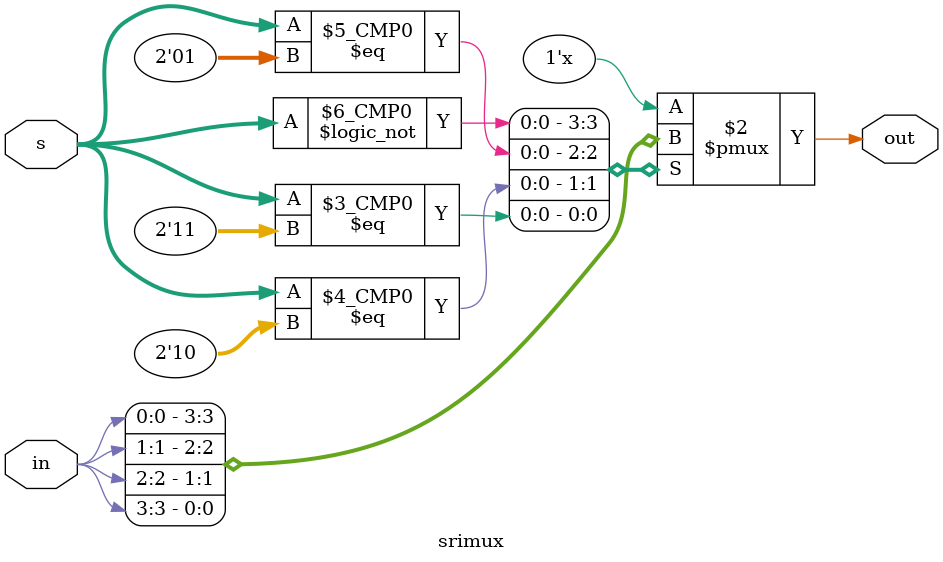
<source format=v>
module srimux (input wire[3:0] in, input wire[1:0] s, output reg out);

always @ (1)
case(s)

	0 : out = in[0];
	1 : out = in[1];
	2 : out = in[2];
	3 : out = in[3];

endcase
endmodule


</source>
